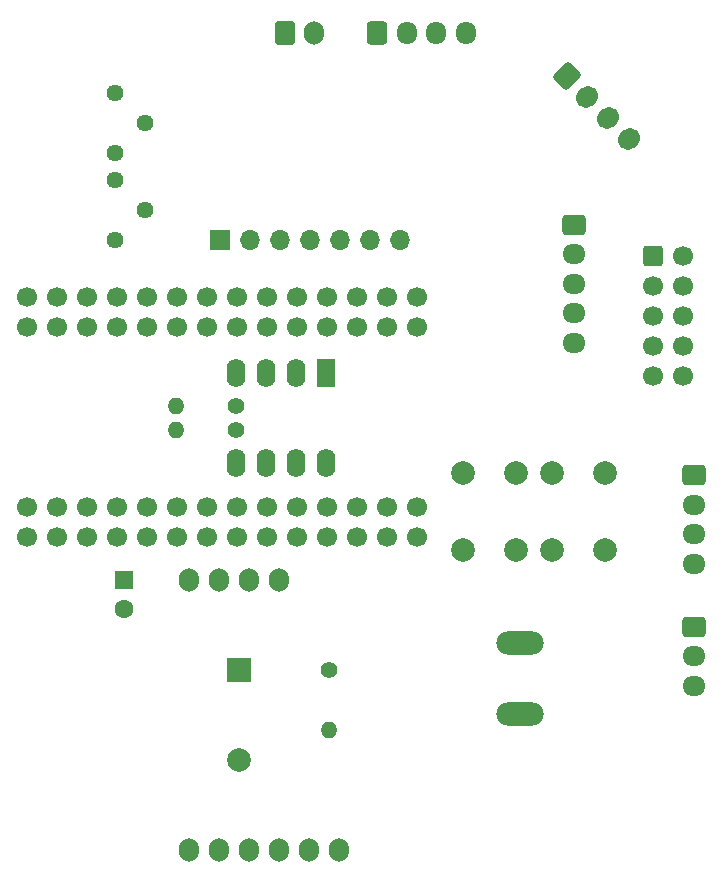
<source format=gbr>
%TF.GenerationSoftware,KiCad,Pcbnew,7.0.9*%
%TF.CreationDate,2024-06-18T04:10:23+09:00*%
%TF.ProjectId,Main,4d61696e-2e6b-4696-9361-645f70636258,rev?*%
%TF.SameCoordinates,Original*%
%TF.FileFunction,Soldermask,Top*%
%TF.FilePolarity,Negative*%
%FSLAX46Y46*%
G04 Gerber Fmt 4.6, Leading zero omitted, Abs format (unit mm)*
G04 Created by KiCad (PCBNEW 7.0.9) date 2024-06-18 04:10:23*
%MOMM*%
%LPD*%
G01*
G04 APERTURE LIST*
G04 Aperture macros list*
%AMRoundRect*
0 Rectangle with rounded corners*
0 $1 Rounding radius*
0 $2 $3 $4 $5 $6 $7 $8 $9 X,Y pos of 4 corners*
0 Add a 4 corners polygon primitive as box body*
4,1,4,$2,$3,$4,$5,$6,$7,$8,$9,$2,$3,0*
0 Add four circle primitives for the rounded corners*
1,1,$1+$1,$2,$3*
1,1,$1+$1,$4,$5*
1,1,$1+$1,$6,$7*
1,1,$1+$1,$8,$9*
0 Add four rect primitives between the rounded corners*
20,1,$1+$1,$2,$3,$4,$5,0*
20,1,$1+$1,$4,$5,$6,$7,0*
20,1,$1+$1,$6,$7,$8,$9,0*
20,1,$1+$1,$8,$9,$2,$3,0*%
%AMHorizOval*
0 Thick line with rounded ends*
0 $1 width*
0 $2 $3 position (X,Y) of the first rounded end (center of the circle)*
0 $4 $5 position (X,Y) of the second rounded end (center of the circle)*
0 Add line between two ends*
20,1,$1,$2,$3,$4,$5,0*
0 Add two circle primitives to create the rounded ends*
1,1,$1,$2,$3*
1,1,$1,$4,$5*%
G04 Aperture macros list end*
%ADD10O,1.700000X2.000000*%
%ADD11O,4.000000X2.000000*%
%ADD12R,2.000000X2.000000*%
%ADD13C,2.000000*%
%ADD14R,1.700000X1.700000*%
%ADD15O,1.700000X1.700000*%
%ADD16RoundRect,0.250000X-0.936916X-0.088388X-0.088388X-0.936916X0.936916X0.088388X0.088388X0.936916X0*%
%ADD17HorizOval,1.700000X-0.088388X-0.088388X0.088388X0.088388X0*%
%ADD18RoundRect,0.250000X-0.600000X-0.750000X0.600000X-0.750000X0.600000X0.750000X-0.600000X0.750000X0*%
%ADD19RoundRect,0.250000X-0.725000X0.600000X-0.725000X-0.600000X0.725000X-0.600000X0.725000X0.600000X0*%
%ADD20O,1.950000X1.700000*%
%ADD21C,1.440000*%
%ADD22RoundRect,0.250000X-0.600000X-0.725000X0.600000X-0.725000X0.600000X0.725000X-0.600000X0.725000X0*%
%ADD23O,1.700000X1.950000*%
%ADD24C,1.400000*%
%ADD25O,1.400000X1.400000*%
%ADD26R,1.600000X1.600000*%
%ADD27C,1.600000*%
%ADD28C,1.700000*%
%ADD29R,1.600000X2.400000*%
%ADD30O,1.600000X2.400000*%
%ADD31RoundRect,0.250000X-0.600000X-0.600000X0.600000X-0.600000X0.600000X0.600000X-0.600000X0.600000X0*%
G04 APERTURE END LIST*
D10*
%TO.C,U2*%
X144860133Y-120389000D03*
X142320133Y-120389000D03*
X139780133Y-120389000D03*
X137240133Y-120389000D03*
X134700133Y-120389000D03*
X132160133Y-120389000D03*
X132160133Y-97529000D03*
X134700133Y-97529000D03*
X137240133Y-97529000D03*
X139780133Y-97529000D03*
%TD*%
D11*
%TO.C,SW3*%
X160147000Y-108839000D03*
X160147000Y-102839000D03*
%TD*%
D12*
%TO.C,BZ1*%
X136398000Y-105166000D03*
D13*
X136398000Y-112766000D03*
%TD*%
D14*
%TO.C,J1*%
X134742000Y-68764000D03*
D15*
X137282000Y-68764000D03*
X139822000Y-68764000D03*
X142362000Y-68764000D03*
X144902000Y-68764000D03*
X147442000Y-68764000D03*
X149982000Y-68764000D03*
%TD*%
D16*
%TO.C,J5*%
X164104466Y-54884466D03*
D17*
X165872233Y-56652233D03*
X167640000Y-58420000D03*
X169407767Y-60187767D03*
%TD*%
D18*
%TO.C,J4*%
X140255000Y-51181000D03*
D10*
X142755000Y-51181000D03*
%TD*%
D19*
%TO.C,J6*%
X164719000Y-67437000D03*
D20*
X164719000Y-69937000D03*
X164719000Y-72437000D03*
X164719000Y-74937000D03*
X164719000Y-77437000D03*
%TD*%
D13*
%TO.C,SW2*%
X167350000Y-88444000D03*
X167350000Y-94944000D03*
X162850000Y-88444000D03*
X162850000Y-94944000D03*
%TD*%
D21*
%TO.C,RV1*%
X125857000Y-61379000D03*
X128397000Y-58839000D03*
X125857000Y-56299000D03*
%TD*%
D22*
%TO.C,J3*%
X148082000Y-51181000D03*
D23*
X150582000Y-51181000D03*
X153082000Y-51181000D03*
X155582000Y-51181000D03*
%TD*%
D21*
%TO.C,R3*%
X125857000Y-68707000D03*
X128397000Y-66167000D03*
X125857000Y-63627000D03*
%TD*%
D24*
%TO.C,R1*%
X136144000Y-84836000D03*
D25*
X131064000Y-84836000D03*
%TD*%
D19*
%TO.C,J7*%
X174879000Y-88646000D03*
D20*
X174879000Y-91146000D03*
X174879000Y-93646000D03*
X174879000Y-96146000D03*
%TD*%
D26*
%TO.C,C1*%
X126619000Y-97473888D03*
D27*
X126619000Y-99973888D03*
%TD*%
D24*
%TO.C,R2*%
X136144000Y-82804000D03*
D25*
X131064000Y-82804000D03*
%TD*%
D19*
%TO.C,J8*%
X174879000Y-101473000D03*
D20*
X174879000Y-103973000D03*
X174879000Y-106473000D03*
%TD*%
D24*
%TO.C,R4*%
X144018000Y-105166000D03*
D25*
X144018000Y-110246000D03*
%TD*%
D13*
%TO.C,SW1*%
X155357000Y-94944000D03*
X155357000Y-88444000D03*
X159857000Y-94944000D03*
X159857000Y-88444000D03*
%TD*%
D28*
%TO.C,U3*%
X123523000Y-93853000D03*
X118443000Y-91313000D03*
X120983000Y-76073000D03*
X126063000Y-73533000D03*
X128603000Y-73533000D03*
X146383000Y-73533000D03*
X120983000Y-91313000D03*
X123523000Y-91313000D03*
X126063000Y-91313000D03*
X128603000Y-91313000D03*
X131143000Y-91313000D03*
X133683000Y-91313000D03*
X136223000Y-91313000D03*
X138763000Y-91313000D03*
X141303000Y-91313000D03*
X143843000Y-91313000D03*
X146383000Y-91313000D03*
X148923000Y-91313000D03*
X151463000Y-91313000D03*
X151463000Y-93853000D03*
X148923000Y-73533000D03*
X151463000Y-73533000D03*
X151463000Y-76073000D03*
X148923000Y-76073000D03*
X146383000Y-76073000D03*
X143843000Y-76073000D03*
X141303000Y-76073000D03*
X138763000Y-76073000D03*
X136223000Y-76073000D03*
X133683000Y-76073000D03*
X131143000Y-76073000D03*
X128603000Y-76073000D03*
X126063000Y-76073000D03*
X128603000Y-93853000D03*
X123523000Y-76073000D03*
X143843000Y-73533000D03*
X118443000Y-76073000D03*
X118443000Y-73533000D03*
X141303000Y-73533000D03*
X133683000Y-73533000D03*
X136223000Y-73533000D03*
X131143000Y-73533000D03*
X138763000Y-73533000D03*
X138763000Y-93853000D03*
X148923000Y-93853000D03*
X141303000Y-93853000D03*
X146383000Y-93853000D03*
X143843000Y-93853000D03*
X118443000Y-93853000D03*
X120983000Y-93853000D03*
X126063000Y-93853000D03*
X131143000Y-93853000D03*
X133683000Y-93853000D03*
X136223000Y-93853000D03*
X120983000Y-73533000D03*
X123523000Y-73533000D03*
%TD*%
D29*
%TO.C,U1*%
X143754000Y-79995000D03*
D30*
X141214000Y-79995000D03*
X138674000Y-79995000D03*
X136134000Y-79995000D03*
X136134000Y-87615000D03*
X138674000Y-87615000D03*
X141214000Y-87615000D03*
X143754000Y-87615000D03*
%TD*%
D31*
%TO.C,J2*%
X171450000Y-70104000D03*
D28*
X173990000Y-70104000D03*
X171450000Y-72644000D03*
X173990000Y-72644000D03*
X171450000Y-75184000D03*
X173990000Y-75184000D03*
X171450000Y-77724000D03*
X173990000Y-77724000D03*
X171450000Y-80264000D03*
X173990000Y-80264000D03*
%TD*%
M02*

</source>
